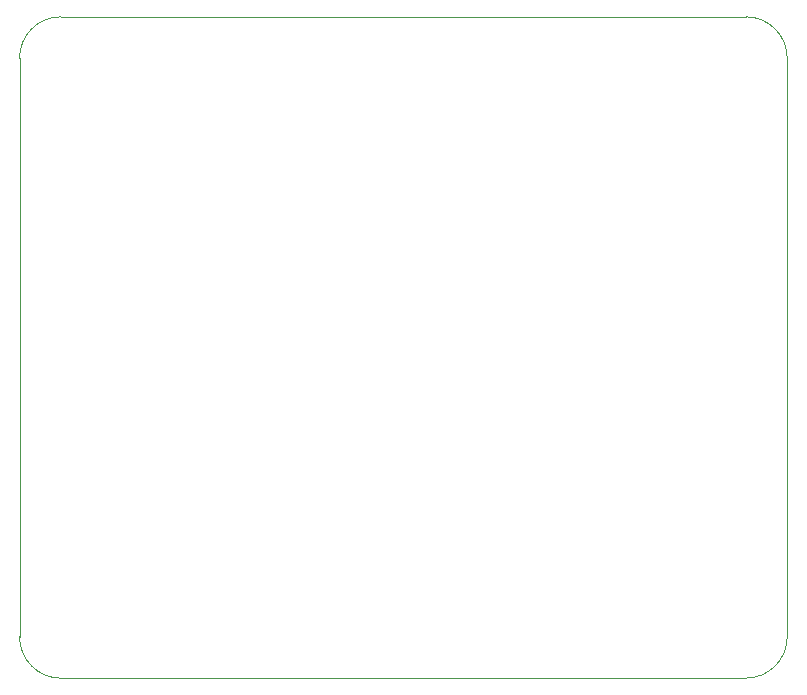
<source format=gm1>
G04 #@! TF.GenerationSoftware,KiCad,Pcbnew,(6.0.4)*
G04 #@! TF.CreationDate,2022-09-08T15:32:11-05:00*
G04 #@! TF.ProjectId,rascsi_2p6,72617363-7369-45f3-9270-362e6b696361,rev?*
G04 #@! TF.SameCoordinates,PX59d60c0PY325aa00*
G04 #@! TF.FileFunction,Profile,NP*
%FSLAX46Y46*%
G04 Gerber Fmt 4.6, Leading zero omitted, Abs format (unit mm)*
G04 Created by KiCad (PCBNEW (6.0.4)) date 2022-09-08 15:32:11*
%MOMM*%
%LPD*%
G01*
G04 APERTURE LIST*
G04 #@! TA.AperFunction,Profile*
%ADD10C,0.050000*%
G04 #@! TD*
G04 APERTURE END LIST*
D10*
X83800000Y10300000D02*
X141800000Y10300000D01*
X83800000Y-45696000D02*
X141800000Y-45696000D01*
X141800000Y-45696000D02*
G75*
G03*
X145300000Y-42196000I0J3500000D01*
G01*
X80300000Y6800000D02*
X80300000Y-42196000D01*
X145300000Y6800000D02*
G75*
G03*
X141800000Y10300000I-3500000J0D01*
G01*
X83800000Y10300000D02*
G75*
G03*
X80300000Y6800000I0J-3500000D01*
G01*
X80300000Y-42196000D02*
G75*
G03*
X83800000Y-45696000I3500000J0D01*
G01*
X145300000Y6800000D02*
X145300000Y-42196000D01*
M02*

</source>
